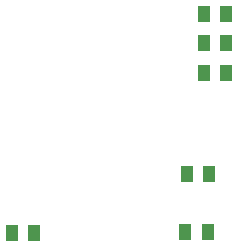
<source format=gbr>
G04*
G04 #@! TF.GenerationSoftware,Altium Limited,Altium Designer,23.0.1 (38)*
G04*
G04 Layer_Color=8421504*
%FSLAX44Y44*%
%MOMM*%
G71*
G04*
G04 #@! TF.SameCoordinates,5B070B88-F475-4B99-B5D3-003285C28A76*
G04*
G04*
G04 #@! TF.FilePolarity,Positive*
G04*
G01*
G75*
%ADD13R,1.0500X1.4500*%
D13*
X850000Y808498D02*
D03*
X831000D02*
D03*
X687354Y673370D02*
D03*
X668354D02*
D03*
X831035Y858080D02*
D03*
X850035D02*
D03*
X835490Y722748D02*
D03*
X816490D02*
D03*
X834348Y674065D02*
D03*
X815348D02*
D03*
X831035Y833594D02*
D03*
X850035D02*
D03*
M02*

</source>
